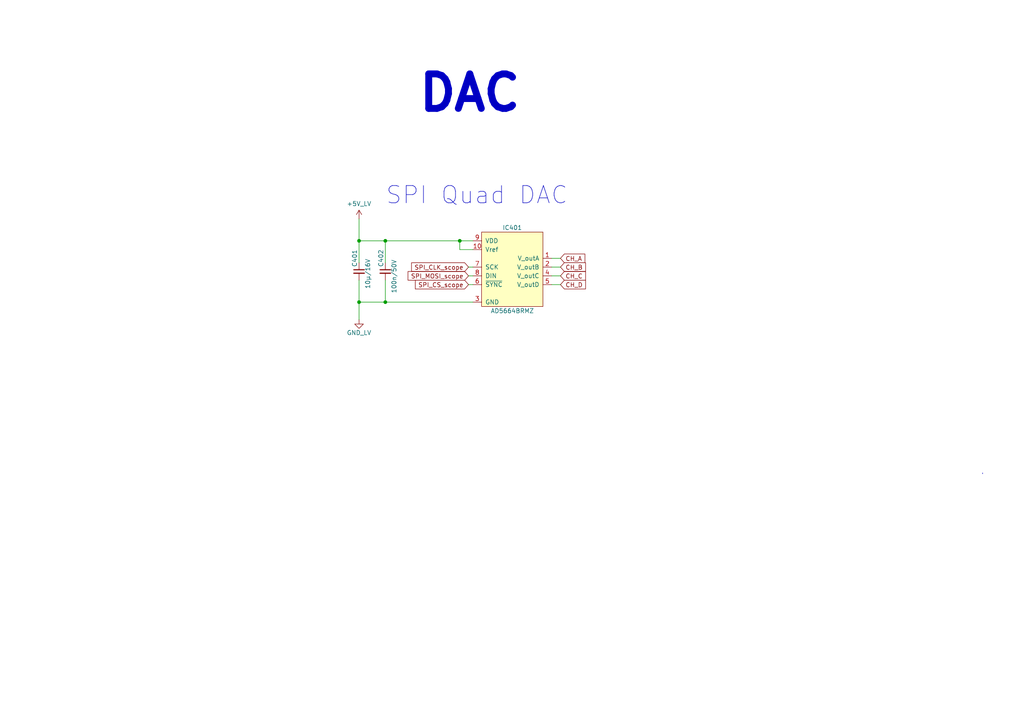
<source format=kicad_sch>
(kicad_sch (version 20211123) (generator eeschema)
  (paper "A4")
  (title_block (title "DAC") (date "2021-11-12") (rev "V0.1") (company "PADERBORN UNIVERSITY DEPARTMENT OF POWER ELECTRONICS AND ELECTRICAL DRIVES"))
  (lib_symbols
    (symbol "Device:C_Small" (pin_numbers hide) (pin_names (offset 0.254) hide)
      (property "Reference" "C" (at 0.254 1.778 0))
      (property "Value" "C_Small" (at 0.254 -2.032 0))
      (symbol "C_Small_0_1"
        (polyline (pts (xy -1.524 -0.508) (xy 1.524 -0.508)) (stroke (width 0.3302)))
        (polyline (pts (xy -1.524 0.508) (xy 1.524 0.508)) (stroke (width 0.3048)))
      )
      (symbol "C_Small_1_1"
        (pin passive line (at 0 2.54 270) (length 2.032) (name "~") (number "1"))
        (pin passive line (at 0 -2.54 90) (length 2.032) (name "~") (number "2"))
      )
    )
    (symbol "LEA_SymbolLibrary:+5V_LV" (power) (pin_numbers hide) (pin_names (offset 0))
      (property "Value" "LEA_SymbolLibrary_+5V_LV" (at 0 5.08 0))
      (symbol "+5V_LV_1_1"
        (polyline (pts (xy -0.762 1.27) (xy 0 2.54)))
        (polyline (pts (xy 0 0) (xy 0 2.54)))
        (polyline (pts (xy 0 2.54) (xy 0.762 1.27)))
        (pin power_in line (at 0 0 90) (length 0) hide (name "+5V_LV") (number "1"))
      )
    )
    (symbol "LEA_SymbolLibrary:AD5664BRMZ" (pin_names (offset 1.016))
      (property "Reference" "IC" (at -7.62 13.97 0))
      (property "Value" "AD5664BRMZ" (at -2.54 -10.16 0))
      (symbol "AD5664BRMZ_0_1"
        (rectangle (start -8.89 12.7) (end 8.89 -8.89) (fill (type background)))
      )
      (symbol "AD5664BRMZ_1_1"
        (pin output line (at 11.43 5.08 180) (length 2.54) (name "V_outA") (number "1"))
        (pin passive line (at -11.43 7.62 0) (length 2.54) (name "Vref") (number "10"))
        (pin output line (at 11.43 2.54 180) (length 2.54) (name "V_outB") (number "2"))
        (pin power_in line (at -11.43 -7.62 0) (length 2.54) (name "GND") (number "3"))
        (pin output line (at 11.43 0 180) (length 2.54) (name "V_outC") (number "4"))
        (pin output line (at 11.43 -2.54 180) (length 2.54) (name "V_outD") (number "5"))
        (pin input line (at -11.43 -2.54 0) (length 2.54) (name "~{SYNC}") (number "6"))
        (pin input line (at -11.43 2.54 0) (length 2.54) (name "SCK") (number "7"))
        (pin input line (at -11.43 0 0) (length 2.54) (name "DIN") (number "8"))
        (pin power_in line (at -11.43 10.16 0) (length 2.54) (name "VDD") (number "9"))
      )
    )
    (symbol "LEA_SymbolLibrary:GND_LV" (power) (pin_numbers hide) (pin_names (offset 0))
      (property "Value" "LEA_SymbolLibrary_GND_LV" (at -2.54 5.08 0))
      (symbol "GND_LV_1_1"
        (polyline (pts (xy 0 0) (xy 0 -1.27) (xy 1.27 -1.27) (xy 0 -2.54) (xy -1.27 -1.27) (xy 0 -1.27)))
        (pin power_in line (at 0 0 90) (length 0) hide (name "GND_LV") (number "1"))
      )
    )
  )
  (junction (at 104.14 87.63))
  (junction (at 104.14 69.85))
  (junction (at 133.35 69.85))
  (junction (at 111.76 87.63))
  (junction (at 111.76 69.85))
  (wire (pts (xy 160.02 82.55) (xy 162.56 82.55)))
  (wire (pts (xy 160.02 80.01) (xy 162.56 80.01)))
  (wire (pts (xy 135.89 80.01) (xy 137.16 80.01)))
  (wire (pts (xy 104.14 87.63) (xy 104.14 92.71)))
  (wire (pts (xy 104.14 81.28) (xy 104.14 87.63)))
  (wire (pts (xy 135.89 82.55) (xy 137.16 82.55)))
  (wire (pts (xy 133.35 72.39) (xy 137.16 72.39)))
  (wire (pts (xy 160.02 74.93) (xy 162.56 74.93)))
  (wire (pts (xy 111.76 76.2) (xy 111.76 69.85)))
  (polyline (pts (xy 284.988 137.16) (xy 284.988 137.414)))
  (wire (pts (xy 137.16 87.63) (xy 111.76 87.63)))
  (wire (pts (xy 111.76 69.85) (xy 133.35 69.85)))
  (wire (pts (xy 111.76 87.63) (xy 104.14 87.63)))
  (wire (pts (xy 104.14 69.85) (xy 104.14 76.2)))
  (wire (pts (xy 133.35 69.85) (xy 137.16 69.85)))
  (wire (pts (xy 133.35 72.39) (xy 133.35 69.85)))
  (wire (pts (xy 111.76 81.28) (xy 111.76 87.63)))
  (wire (pts (xy 160.02 77.47) (xy 162.56 77.47)))
  (wire (pts (xy 104.14 69.85) (xy 111.76 69.85)))
  (wire (pts (xy 137.16 77.47) (xy 135.89 77.47)))
  (wire (pts (xy 104.14 63.5) (xy 104.14 69.85)))
  (text "SPI Quad DAC\n" (at 111.76 59.69 0) (effects (font (size 5.0038 5.0038)) (justify left bottom)))
  (text "DAC" (at 120.65 33.02 0) (effects (font (size 10.0076 10.0076) (thickness 2.0015) bold) (justify left bottom)))
  (global_label "CH_B" (shape input) (at 162.56 77.47 0) (property "Intersheet References" "${INTERSHEET_REFS}" (effects hide)))
  (global_label "SPI_CLK_scope" (shape input) (at 135.89 77.47 180) (property "Intersheet References" "${INTERSHEET_REFS}" (effects hide)))
  (global_label "CH_A" (shape input) (at 162.56 74.93 0) (property "Intersheet References" "${INTERSHEET_REFS}" (effects hide)))
  (global_label "CH_D" (shape input) (at 162.56 82.55 0) (property "Intersheet References" "${INTERSHEET_REFS}" (effects hide)))
  (global_label "SPI_MOSI_scope" (shape input) (at 135.89 80.01 180) (property "Intersheet References" "${INTERSHEET_REFS}" (effects hide)))
  (global_label "SPI_CS_scope" (shape input) (at 135.89 82.55 180) (property "Intersheet References" "${INTERSHEET_REFS}" (effects hide)))
  (global_label "CH_C" (shape input) (at 162.56 80.01 0) (property "Intersheet References" "${INTERSHEET_REFS}" (effects hide)))
  (symbol (lib_id "Device:C_Small") (at 111.76 78.74 0) (unit 1)
    (property "Reference" "C402" (at 110.49 77.47 90) (effects (justify left)))
    (property "Value" "100n/50V" (at 114.3 85.09 90) (effects (justify left)))
    (property "Footprint" "LEA_FootprintLibrary:C_0603" (effects hide))
  )
  (symbol (lib_id "Device:C_Small") (at 104.14 78.74 0) (unit 1)
    (property "Reference" "C401" (at 102.87 77.47 90) (effects (justify left)))
    (property "Value" "10µ/16V" (at 106.68 83.82 90) (effects (justify left)))
    (property "Footprint" "LEA_FootprintLibrary:C_0603" (effects hide))
  )
  (symbol (lib_id "LEA_SymbolLibrary:+5V_LV") (at 104.14 63.5 0) (unit 1)
    (property "Reference" "#PWR0401" (effects hide))
    (property "Value" "+5V_LV" (at 104.14 59.1058 0))
  )
  (symbol (lib_id "LEA_SymbolLibrary:GND_LV") (at 104.14 92.71 0) (unit 1)
    (property "Reference" "#PWR0402" (effects hide))
    (property "Value" "GND_LV" (at 104.14 96.52 0))
  )
  (symbol (lib_id "LEA_SymbolLibrary:AD5664BRMZ") (at 148.59 80.01 0) (unit 1)
    (property "Reference" "IC401" (at 148.59 66.04 0))
    (property "Value" "AD5664BRMZ" (at 148.59 90.17 0))
    (property "Footprint" "LEA_FootprintLibrary:MSOP-10_AnalogDevices_RM10" (effects hide))
    (property "Datasheet" "https://www.analog.com/media/en/technical-documentation/data-sheets/ad5624_5664.pdf" (effects hide))
    (property "Manufacturer" "Analog Devices" (effects hide))
    (property "Mouser No" "584-AD5664BRMZ" (effects hide))
    (property "Mfr. No" "AD5664BRMZ" (effects hide))
  )
)
</source>
